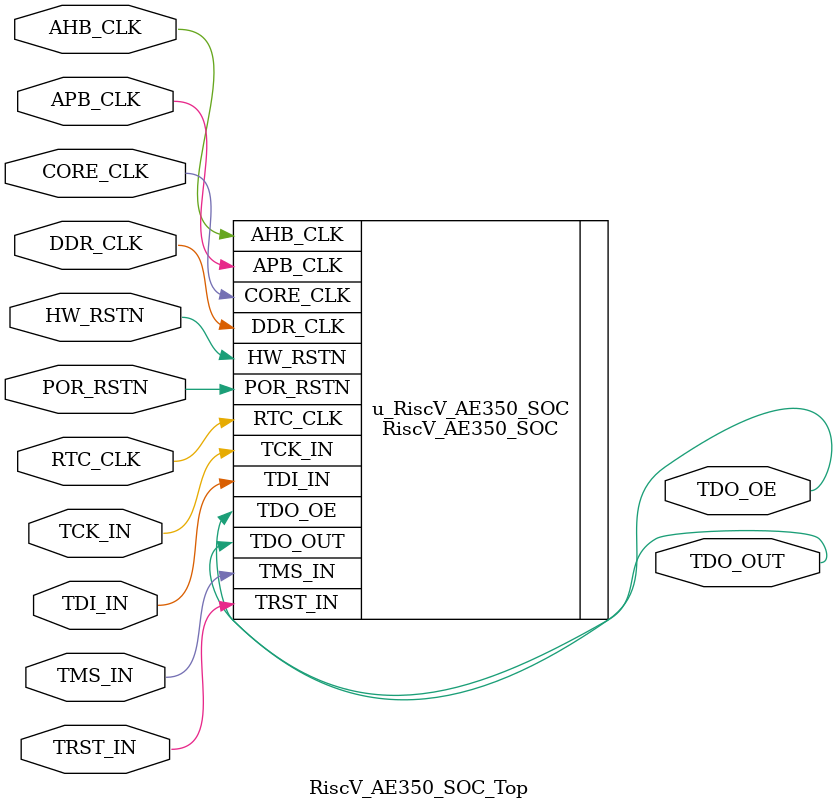
<source format=v>


`include "riscv_ae350_config.v"


// Definitions -------------------------------------------------------

module RiscV_AE350_SOC_Top
(
    // Embedded instruction memory (SPI Flash) signals
`ifdef AE350_EMB_SPIFLASH_EN
    // SPI Flash signals
    inout   wire            FLASH_SPI_CSN,      // Flash spi chip select
    inout   wire            FLASH_SPI_MISO,     // Flash spi master in and slave out
    inout   wire            FLASH_SPI_MOSI,     // Flash spi master out and slave in
    inout   wire            FLASH_SPI_CLK,      // Flash spi clock
    inout   wire            FLASH_SPI_HOLDN,    // Flash spi hold
    inout   wire            FLASH_SPI_WPN,      // Flash spi write protection
`ifdef AE350_APB_FLASH_EN
    // SPI Flash APB bus register signals
    input   wire            FR_PCLK,            // Flash register APB clock
    input   wire            FR_PRESETN,         // Flash register APB resetn
    input   wire    [31:0]  FR_PADDR,           // Flash register APB address
    input   wire            FR_PENABLE,         // Flash register APB enable
    output  wire    [31:0]  FR_PRDATA,          // Flash register APB read data
    output  wire            FR_PREADY,          // Flash register APB ready
    input   wire            FR_PSEL,            // Flash register APB select
    input   wire    [31:0]  FR_PWDATA,          // Flash register APB write data
    input   wire            FR_PWRITE,          // Flash register APB write control
`endif  // AE350_APB_FLASH_EN
`endif  // AE350_EMB_SPIFLASH_EN

    // Extended instruction memory (Customized) signals
`ifdef AE350_EXT_I_MEM_EN
    // ROM AHB bus signals
    input   wire    [31:0]  ROM_HRDATA,         // ROM AHB read data
    input   wire            ROM_HREADY,         // ROM AHB ready input
    input   wire            ROM_HRESP,          // ROM AHB response
    output  wire    [31:0]  ROM_HADDR,          // ROM AHB address
    output  wire    [1:0]   ROM_HTRANS,         // ROM AHB trans control
    output  wire            ROM_HWRITE,         // ROM AHB write control
    output  wire            ROM_HCLK,           // ROM AHB clock
    output  wire            ROM_HRSTN,          // ROM AHB reset_n
`endif  // AE350_EXT_I_MEM_EN

    // Embedded data memory (DDR3) signals
`ifdef AE350_EMB_DDR3_EN
    // DDR3 signals
    input   wire            DDR3_MEMORY_CLK,    // DDR3 memory clock
    input   wire            DDR3_CLK_IN,        // DDR3 clock in
    input   wire            DDR3_RSTN,          // DDR3 reset input, 0 is reset state
    input   wire            DDR3_LOCK,          // DDR3 lock
    output  wire            DDR3_STOP,          // DDR3 stop
    output  wire            DDR3_INIT,          // DDR3 initialized completed
    output  wire    [2:0]   DDR3_BANK,          // DDR3 bank address
    output  wire            DDR3_CS_N,          // DDR3 chip select
    output  wire            DDR3_RAS_N,         // DDR3 row address select
    output  wire            DDR3_CAS_N,         // DDR3 column address select
    output  wire            DDR3_WE_N,          // DDR3 write enable
    output  wire            DDR3_CK,            // DDR3 clock
    output  wire            DDR3_CK_N,          // DDR3 clock differential
    output  wire            DDR3_CKE,           // DDR3 clock enable
    output  wire            DDR3_RESET_N,       // DDR3 reset output for users, 1 is reset state
    output  wire            DDR3_ODT,           // DDR3 on-die termination
    output  wire    [13:0]  DDR3_ADDR,          // DDR3 row and column address
    output  wire    [1:0]   DDR3_DM,            // DDR3 data mask
    inout   wire    [15:0]  DDR3_DQ,            // DDR3 data input and output
    inout   wire    [1:0]   DDR3_DQS,           // DDR3 data select
    inout   wire    [1:0]   DDR3_DQS_N,         // DDR3 data select differential
`ifdef AE350_DDR3_PL_RW_EN
    // DDR3 R/W in PL
    // Write channel
    input   wire                                clk_lane4,          // Clock
    input   wire    [`DDR3_RW_ADDR_WIDTH-1 : 0] addr_lane4,         // Address
    input	wire    [3:0]                       wr_mask_lane4,      // Mask
    input   wire    [`DDR3_RW_DATA_WIDTH-1 : 0] wr_data_lane4,      // Data
    input   wire                                wr_en_lane4,        // Enable
    input   wire                                wr_go_lane4,        // Control
    input   wire    [7 : 0]                     burstcount_lane4,   // Burst amout
    output  wire                                wr_wait_lane4,      // Wait
    output	reg                                 wr_done_lane4,      // Done
    // Read channel
    input   wire                                clk_lane5,          // Clock
    input   wire    [`DDR3_RW_ADDR_WIDTH-1 : 0] addr_lane5,         // Address
    input   wire                                rd_en_lane5,        // Enable
    input   wire                                rd_go_lane5,        // Control
    input   wire    [7 : 0]                     burstcount_lane5,   // Burst amout
    output  wire                                rd_valid_lane5,     // Valid
    output  wire    [`DDR3_RW_DATA_WIDTH-1 : 0] rd_data_lane5,      // Data
    output	reg                                 rd_rdy_lane5,       // Ready
`endif  // AE350_DDR3_PL_RW_EN
`endif  // AE350_EMB_DDR3_EN

    // Extended data memory (Customized) signals
`ifdef AE350_EXT_D_MEM_EN
    // DDR AHB bus signals
    input   wire    [63:0]  DDR_HRDATA,         // DDR/SRAM AHB read data
    input   wire            DDR_HREADY,         // DDR/SRAM AHB ready input
    input   wire            DDR_HRESP,          // DDR/SRAM AHB response
    output  wire    [31:0]  DDR_HADDR,          // DDR/SRAM AHB access address
    output  wire    [2:0]   DDR_HBURST,         // DDR/SRAM AHB burst
    output  wire    [3:0]   DDR_HPROT,          // DDR/SRAM AHB prot
    output  wire    [2:0]   DDR_HSIZE,          // DDR/SRAM AHB size
    output  wire    [1:0]   DDR_HTRANS,         // DDR/SRAM AHB trans control
    output  wire    [63:0]  DDR_HWDATA,         // DDR/SRAM AHB write data
    output  wire            DDR_HWRITE,         // DDR/SRAM AHB write control
    output  wire            DDR_HCLK,           // DDR/SRAM AHB clock
    output  wire            DDR_HRSTN,          // DDR/SRAM AHB reset_n
`endif  // AE350_EXT_D_MEM_EN

    // Debug JTAG signals
    input   wire            TCK_IN,             // JTAG tck clock input
    input   wire            TMS_IN,             // JTAG tms input
    input   wire            TRST_IN,            // JTAG trst input
    input   wire            TDI_IN,             // JTAG tdi input
    output  wire            TDO_OUT,            // JTAG tdo output
    output  wire            TDO_OE,             // JTAG tdo_oe output

    // Extended interupt signals
`ifdef AE350_EXT_INT_EN
    input   wire    [15:0]  EXT_INT,            // 16 user interrupts input
`endif  // AE350_EXT_INT_EN

    // Extended AHB slave signals
    // MCU is master
`ifdef AE350_EXT_AHB_SLAVE_EN
    input   wire    [31:0]  EXTS_HRDATA,        // Extended AHB slave read data
    input   wire            EXTS_HREADYIN,      // Extended AHB slave ready input
    input   wire            EXTS_HRESP,         // Extended AHB slave read response
    output  wire    [31:0]  EXTS_HADDR,         // Extended AHB slave address
    output  wire    [2:0]   EXTS_HBURST,        // Extended AHB slave burst
    output  wire    [3:0]   EXTS_HPROT,         // Extended AHB slave prot
    output  wire            EXTS_HSEL,          // Extended AHB slave select
    output  wire    [2:0]   EXTS_HSIZE,         // Extended AHB slave size
    output  wire    [1:0]   EXTS_HTRANS,        // Extended AHB slave trans control
    output  wire    [31:0]  EXTS_HWDATA,        // Extended AHB slave write data
    output  wire            EXTS_HWRITE,        // Extended AHB slave write control
    output  wire            EXTS_HCLK,          // Extended AHB slave clock
    output  wire            EXTS_HRSTN,         // Extended AHB slave reset_n
`endif  // AE350_EXT_AHB_SLAVE_EN

    // Extended AHB master signals
    // MCU is slave
`ifdef AE350_EXT_AHB_MASTER_EN
    input   wire    [31:0]  EXTM_HADDR,         // Extended AHB master address
    input   wire    [2:0]   EXTM_HBURST,        // Extended AHB master burst
    input   wire    [3:0]   EXTM_HPROT,         // Extended AHB master prot
    input   wire            EXTM_HREADY,        // Extended AHB master ready input
    input   wire            EXTM_HSEL,          // Extended AHB master select
    input   wire    [2:0]   EXTM_HSIZE,         // Extended AHB master size
    input   wire    [1:0]   EXTM_HTRANS,        // Extended AHB master trans control
    input   wire    [63:0]  EXTM_HWDATA,        // Extended AHB master write data
    input   wire            EXTM_HWRITE,        // Extended AHB master write control
    output  wire    [63:0]  EXTM_HRDATA,        // Extended AHB master read data
    output  wire            EXTM_HREADYOUT,     // Extended AHB master ready output
    output  wire            EXTM_HRESP,         // Extended AHB master response
`endif  // AE350_EXT_AHB_MASTER_EN

    // Extended APB slave signals
`ifdef AE350_EXT_APB_SLAVE_EN
    input   wire    [31:0]  APB_PRDATA,         // Extended APB slave read data
    input   wire            APB_PREADY,         // Extended APB slave ready input
    input   wire            APB_PSLVERR,        // Extended APB slave slverr
    output  wire    [31:0]  APB_PADDR,          // Extended APB slave address
    output  wire            APB_PENABLE,        // Extended APB slave enable control
    output  wire            APB_PSEL,           // Extended APB slave select
    output  wire    [31:0]  APB_PWDATA,         // Extended APB slave write data
    output  wire            APB_PWRITE,         // Extended APB slave write control
    output  wire    [2:0]   APB_PPROT,          // Extended APB slave prot
    output  wire    [3:0]   APB_PSTRB,          // Extended APB slave strb
    output  wire            APB_PCLK,           // Extended APB slave clock
    output  wire            APB_PRSTN,          // Extended APB slave reset_n
`endif  // AE350_EXT_APB_SLAVE_EN

    // Extended DMA signals
`ifdef AE350_EXT_DMA_EN
    input   wire    [7:0]   DMA_REQ,            // DMA requests input
    output  wire    [7:0]   DMA_ACK,            // DMA ack output
`endif  // AE350_EXT_DMA_EN

    // Peripheral SPI signals
`ifdef AE350_APB_SPI_EN
`ifdef AE350_SPI_IOPORT_EN
    // IO port type
    inout   wire            SPI_HOLDN,          // SPI holdn
    inout   wire            SPI_WPN,            // SPI wpn
    inout   wire            SPI_CLK,            // SPI clk
    inout   wire            SPI_CSN,            // SPI csn
    inout   wire            SPI_MISO,           // SPI miso
    inout   wire            SPI_MOSI,           // SPI mosi
`else
    input   wire            SPI_HOLDN_IN,       // SPI holdn_in
    input   wire            SPI_WPN_IN,         // SPI wpn_in
    input   wire            SPI_CLK_IN,         // SPI clk_in
    input   wire            SPI_CSN_IN,         // SPI csn_in
    input   wire            SPI_MISO_IN,        // SPI miso_in
    input   wire            SPI_MOSI_IN,        // SPI mosi_in
    output  wire            SPI_HOLDN_OUT,      // SPI holdn_out
    output  wire            SPI_HOLDN_OE,       // SPI holdn_out enable
    output  wire            SPI_WPN_OUT,        // SPI wpn_out
    output  wire            SPI_WPN_OE,         // SPI wpn_out enable
    output  wire            SPI_CLK_OUT,        // SPI clk_out
    output  wire            SPI_CLK_OE,         // SPI clk_out enable
    output  wire            SPI_CSN_OUT,        // SPI csn_out
    output  wire            SPI_CSN_OE,         // SPI csn_out enable
    output  wire            SPI_MISO_OUT,       // SPI miso_out
    output  wire            SPI_MISO_OE,        // SPI miso_out enable
    output  wire            SPI_MOSI_OUT,       // SPI mosi_out
    output  wire            SPI_MOSI_OE,        // SPI mosi_out enable
`endif  // AE350_SPI_IOPORT_EN
`endif  // AE350_APB_SPI_EN

    // Peripheral I2C signals
`ifdef AE350_APB_I2C_EN
`ifdef AE350_I2C_IOPORT_EN
    // IO port type
    inout   wire            I2C_SCL,            // I2C SCL
    inout   wire            I2C_SDA,            // I2C SDA
`else
    input   wire            I2C_SCL_IN,         // I2C SCL input
    input   wire            I2C_SDA_IN,         // I2C SDA input
    output  wire            I2C_SCL_OUT,        // I2C SCL output
    output  wire            I2C_SDA_OUT,        // I2C SDA output
`endif  // AE350_I2C_IOPORT_EN
`endif  // AE350_APB_I2C_EN

    // Peripheral UART1 signals
`ifdef AE350_APB_UART1_EN
    output  wire            UART1_TXD,          // UART1 txd
    output  wire            UART1_RTSN,         // UART1 rtsn
    input   wire            UART1_RXD,          // UART1 rxd
    input   wire            UART1_CTSN,         // UART1 ctsn
    input   wire            UART1_DSRN,         // UART1 dsrn
    input   wire            UART1_DCDN,         // UART1 dcdn
    input   wire            UART1_RIN,          // UART1 rin
    output  wire            UART1_DTRN,         // UART1 dtrn
    output  wire            UART1_OUT1N,        // UART1 out1n
    output  wire            UART1_OUT2N,        // UART1 out2n
`endif  // AE350_APB_UART1_EN

    // Peripheral UART2 signals
`ifdef AE350_APB_UART2_EN
    output  wire            UART2_TXD,          // UART2 txd
    output  wire            UART2_RTSN,         // UART2 rtsn
    input   wire            UART2_RXD,          // UART2 rxd
    input   wire            UART2_CTSN,         // UART2 ctsn
    input   wire            UART2_DCDN,         // UART2 dcdn
    input   wire            UART2_DSRN,         // UART2 dsrn
    input   wire            UART2_RIN,          // UART2 rin
    output  wire            UART2_DTRN,         // UART2 dtrn
    output  wire            UART2_OUT1N,        // UART2 out1n
    output  wire            UART2_OUT2N,        // UART2 out2n
`endif  // AE350_APB_UART2_EN

    // Peripheral PIT/PWM signals
`ifdef AE350_APB_PIT_EN
`ifdef AE350_PWM_CH_0
    output  wire            CH0_PWM,            // PWM channel 0 output
    output  wire            CH0_PWMOE,          // PWM channel 0 output enable
`endif  // AE350_PWM_CH_0
`ifdef AE350_PWM_CH_1
    output  wire            CH1_PWM,            // PWM channel 1 output
    output  wire            CH1_PWMOE,          // PWM channel 1 output enable
`endif  // AE350_PWM_CH_1
`ifdef AE350_PWM_CH_2
    output  wire            CH2_PWM,            // PWM channel 2 output
    output  wire            CH2_PWMOE,          // PWM channel 2 output enable
`endif  // AE350_PWM_CH_2
`ifdef AE350_PWM_CH_3
    output  wire            CH3_PWM,            // PWM channel 3 output
    output  wire            CH3_PWMOE,          // PWM channel 3 output enable
`endif  // AE350_PWM_CH_3
`endif  // AE350_APB_PIT_EN

    // Peripheral GPIO signals
`ifdef AE350_APB_GPIO_EN
`ifdef AE350_GPIO_IOPORT_EN
    // GPIO IO port type
    inout   wire    [31:0]  GPIO,               // GPIO
`else
    input   wire    [31:0]  GPIO_IN,            // GPIO input
    output  wire    [31:0]  GPIO_OE,            // GPIO output enable
    output  wire    [31:0]  GPIO_OUT,           // GPIO output
`endif  // AE350_GPIO_IOPORT_EN
`endif  // AE350_APB_GPIO_EN

    // Peripheral SMU signals
`ifdef AE350_APB_SMU_EN
    output  wire            CORE0_WFI_MODE,     // CPU going into WFI mode, posedge is WFI valid
    output  wire            RTC_WAKEUP,         // Output to wake up RTC clock, 1 is wake up
`endif  // AE350_APB_SMU_EN

    // AE350 clock signals
    input   wire            CORE_CLK,           // CPU core clock, up to 800MHz, dedicated clock path
    input   wire            DDR_CLK,            // DDR bus clock in, up to 250MHz
    input   wire            AHB_CLK,            // AHB bus clock in, up to 250MHz
    input   wire            APB_CLK,            // APB bus clock in, up to 250MHz
    input   wire            RTC_CLK,            // RTC clock input, this clock should be alive while CPU waiting for wake up

    // AE350 reset signals
    input   wire            POR_RSTN,           // CPU core power on reset input, 0 is reset state
    input   wire            HW_RSTN             // Hardware reset input, 0 is reset state
);


// RiscV_AE350_SOC instantiation
RiscV_AE350_SOC u_RiscV_AE350_SOC
(
    // Embedded instruction memory (SPI Flash) signals
`ifdef AE350_EMB_SPIFLASH_EN
    // SPI Flash signals 
    .FLASH_SPI_CSN(FLASH_SPI_CSN),
    .FLASH_SPI_MISO(FLASH_SPI_MISO),
    .FLASH_SPI_MOSI(FLASH_SPI_MOSI),
    .FLASH_SPI_CLK(FLASH_SPI_CLK),
    .FLASH_SPI_HOLDN(FLASH_SPI_HOLDN),
    .FLASH_SPI_WPN(FLASH_SPI_WPN),
`ifdef AE350_APB_FLASH_EN
    // SPI Flash APB bus register signals
    .FR_PCLK(FR_PCLK),
    .FR_PRESETN(FR_PRESETN),
    .FR_PADDR(FR_PADDR),
    .FR_PENABLE(FR_PENABLE),
    .FR_PRDATA(FR_PRDATA),
    .FR_PREADY(FR_PREADY),
    .FR_PSEL(FR_PSEL),
    .FR_PWDATA(FR_PWDATA),
    .FR_PWRITE(FR_PWRITE),
`endif  // AE350_APB_FLASH_EN
`endif  // AE350_EMB_SPIFLASH_EN

    // Extended instruction memory (Customized) signals
`ifdef AE350_EXT_I_MEM_EN
    // ROM AHB bus signals
    .ROM_HRDATA(ROM_HRDATA),
    .ROM_HREADY(ROM_HREADY),
    .ROM_HRESP(ROM_HRESP),
    .ROM_HADDR(ROM_HADDR),
    .ROM_HTRANS(ROM_HTRANS),
    .ROM_HWRITE(ROM_HWRITE),
    .ROM_HCLK(ROM_HCLK),
    .ROM_HRSTN(ROM_HRSTN),
`endif  // AE350_EXT_I_MEM_EN

    // Embedded data memory (DDR3) signals
`ifdef AE350_EMB_DDR3_EN
    // DDR3 signals
    .DDR3_MEMORY_CLK(DDR3_MEMORY_CLK),
    .DDR3_CLK_IN(DDR3_CLK_IN),
    .DDR3_RSTN(DDR3_RSTN),
    .DDR3_LOCK(DDR3_LOCK),
    .DDR3_STOP(DDR3_STOP),
    .DDR3_INIT(DDR3_INIT),
    .DDR3_BANK(DDR3_BANK),
    .DDR3_CS_N(DDR3_CS_N),
    .DDR3_RAS_N(DDR3_RAS_N),
    .DDR3_CAS_N(DDR3_CAS_N),
    .DDR3_WE_N(DDR3_WE_N),
    .DDR3_CK(DDR3_CK),
    .DDR3_CK_N(DDR3_CK_N),
    .DDR3_CKE(DDR3_CKE),
    .DDR3_RESET_N(DDR3_RESET_N),
    .DDR3_ODT(DDR3_ODT),
    .DDR3_ADDR(DDR3_ADDR),
    .DDR3_DM(DDR3_DM),
    .DDR3_DQ(DDR3_DQ),
    .DDR3_DQS(DDR3_DQS),
    .DDR3_DQS_N(DDR3_DQS_N),
`ifdef AE350_DDR3_PL_RW_EN
    // DDR3 R/W in PL
    .clk_lane4(clk_lane4),              // Write
    .addr_lane4(addr_lane4),
    .wr_mask_lane4(wr_mask_lane4),
    .wr_data_lane4(wr_data_lane4),
    .wr_en_lane4(wr_en_lane4),
    .wr_go_lane4(wr_go_lane4),
    .burstcount_lane4(burstcount_lane4),
    .wr_wait_lane4(wr_wait_lane4),
    .wr_done_lane4(wr_done_lane4),
    .clk_lane5(clk_lane5),              // Read
    .addr_lane5(addr_lane5),
    .rd_en_lane5(rd_en_lane5),
    .rd_go_lane5(rd_go_lane5),
    .burstcount_lane5(burstcount_lane5), 
    .rd_valid_lane5(rd_valid_lane5),
    .rd_data_lane5(rd_data_lane5),
    .rd_rdy_lane5(rd_rdy_lane5),
`endif  // AE350_DDR3_PL_RW_EN
`endif  // AE350_EMB_DDR3_EN

    // Extended data memory (Customized) signals
`ifdef AE350_EXT_D_MEM_EN
    // DDR AHB bus signals
    .DDR_HRDATA(DDR_HRDATA),
    .DDR_HREADY(DDR_HREADY),
    .DDR_HRESP(DDR_HRESP),
    .DDR_HADDR(DDR_HADDR),
    .DDR_HBURST(DDR_HBURST),
    .DDR_HPROT(DDR_HPROT),
    .DDR_HSIZE(DDR_HSIZE),
    .DDR_HTRANS(DDR_HTRANS),
    .DDR_HWDATA(DDR_HWDATA),
    .DDR_HWRITE(DDR_HWRITE),
    .DDR_HCLK(DDR_HCLK),
    .DDR_HRSTN(DDR_HRSTN),
`endif  // AE350_EXT_D_MEM_EN

    // Debug JTAG signals
    .TCK_IN(TCK_IN),
    .TMS_IN(TMS_IN),
    .TRST_IN(TRST_IN),
    .TDI_IN(TDI_IN),
    .TDO_OUT(TDO_OUT),
    .TDO_OE(TDO_OE),

    // Extended interupt signals
`ifdef AE350_EXT_INT_EN
    .EXT_INT(EXT_INT),
`endif  // AE350_EXT_INT_EN

    // Extended AHB slave signals
`ifdef AE350_EXT_AHB_SLAVE_EN
    .EXTS_HRDATA(EXTS_HRDATA),
    .EXTS_HREADYIN(EXTS_HREADYIN),
    .EXTS_HRESP(EXTS_HRESP),
    .EXTS_HADDR(EXTS_HADDR),
    .EXTS_HBURST(EXTS_HBURST),
    .EXTS_HPROT(EXTS_HPROT),
    .EXTS_HSEL(EXTS_HSEL),
    .EXTS_HSIZE(EXTS_HSIZE),
    .EXTS_HTRANS(EXTS_HTRANS),
    .EXTS_HWDATA(EXTS_HWDATA),
    .EXTS_HWRITE(EXTS_HWRITE),
    .EXTS_HCLK(EXTS_HCLK),
    .EXTS_HRSTN(EXTS_HRSTN),
`endif  // AE350_EXT_AHB_SLAVE_EN

    // Extended AHB master signals
`ifdef AE350_EXT_AHB_MASTER_EN
    .EXTM_HADDR(EXTM_HADDR),
    .EXTM_HBURST(EXTM_HBURST),
    .EXTM_HPROT(EXTM_HPROT),
    .EXTM_HREADY(EXTM_HREADY),
    .EXTM_HSEL(EXTM_HSEL),
    .EXTM_HSIZE(EXTM_HSIZE),
    .EXTM_HTRANS(EXTM_HTRANS),
    .EXTM_HWDATA(EXTM_HWDATA),
    .EXTM_HWRITE(EXTM_HWRITE),
    .EXTM_HRDATA(EXTM_HRDATA),
    .EXTM_HREADYOUT(EXTM_HREADYOUT),
    .EXTM_HRESP(EXTM_HRESP),
`endif  // AE350_EXT_AHB_MASTER_EN

    // Extended APB slave signals
`ifdef AE350_EXT_APB_SLAVE_EN
    .APB_PRDATA(APB_PRDATA),
    .APB_PREADY(APB_PREADY),
    .APB_PSLVERR(APB_PSLVERR),
    .APB_PADDR(APB_PADDR),
    .APB_PENABLE(APB_PENABLE),
    .APB_PSEL(APB_PSEL),
    .APB_PWDATA(APB_PWDATA),
    .APB_PWRITE(APB_PWRITE),
    .APB_PPROT(APB_PPROT),
    .APB_PSTRB(APB_PSTRB),
    .APB_PCLK(APB_PCLK),
    .APB_PRSTN(APB_PRSTN),
`endif  // AE350_EXT_APB_SLAVE_EN

    // Extended DMA signals
`ifdef AE350_EXT_DMA_EN
    .DMA_REQ(DMA_REQ),
    .DMA_ACK(DMA_ACK),
`endif  // AE350_EXT_DMA_EN

    // Peripheral SPI signals
`ifdef AE350_APB_SPI_EN
`ifdef AE350_SPI_IOPORT_EN
    // IO port type
    .SPI_HOLDN(SPI_HOLDN),
    .SPI_WPN(SPI_WPN),
    .SPI_CLK(SPI_CLK),
    .SPI_CSN(SPI_CSN),
    .SPI_MISO(SPI_MISO),
    .SPI_MOSI(SPI_MOSI),
`else
    .SPI_HOLDN_IN(SPI_HOLDN_IN),
    .SPI_WPN_IN(SPI_WPN_IN),
    .SPI_CLK_IN(SPI_CLK_IN),
    .SPI_CSN_IN(SPI_CSN_IN),
    .SPI_MISO_IN(SPI_MISO_IN),
    .SPI_MOSI_IN(SPI_MOSI_IN),
    .SPI_HOLDN_OUT(SPI_HOLDN_OUT),
    .SPI_HOLDN_OE(SPI_HOLDN_OE),
    .SPI_WPN_OUT(SPI_WPN_OUT),
    .SPI_WPN_OE(SPI_WPN_OE),
    .SPI_CLK_OUT(SPI_CLK_OUT),
    .SPI_CLK_OE(SPI_CLK_OE),
    .SPI_CSN_OUT(SPI_CSN_OUT),
    .SPI_CSN_OE(SPI_CSN_OE),
    .SPI_MISO_OUT(SPI_MISO_OUT),
    .SPI_MISO_OE(SPI_MISO_OE),
    .SPI_MOSI_OUT(SPI_MOSI_OUT),
    .SPI_MOSI_OE(SPI_MOSI_OE),
`endif  // AE350_SPI_IOPORT_EN
`endif  // AE350_APB_SPI_EN

    // Peripheral I2C signals
`ifdef AE350_APB_I2C_EN
`ifdef AE350_I2C_IOPORT_EN
    // IO port type
    .I2C_SCL(I2C_SCL),
    .I2C_SDA(I2C_SDA),
`else
    .I2C_SCL_IN(I2C_SCL_IN),
    .I2C_SDA_IN(I2C_SDA_IN),
    .I2C_SCL_OUT(I2C_SCL_OUT),
    .I2C_SDA_OUT(I2C_SDA_OUT),
`endif  // AE350_I2C_IOPORT_EN
`endif  // AE350_APB_I2C_EN

    // Peripheral UART1 signals
`ifdef AE350_APB_UART1_EN
    .UART1_TXD(UART1_TXD),
    .UART1_RTSN(UART1_RTSN),
    .UART1_RXD(UART1_RXD),
    .UART1_CTSN(UART1_CTSN),
    .UART1_DSRN(UART1_DSRN),
    .UART1_DCDN(UART1_DCDN),
    .UART1_RIN(UART1_RIN),
    .UART1_DTRN(UART1_DTRN),
    .UART1_OUT1N(UART1_OUT1N),
    .UART1_OUT2N(UART1_OUT2N),
`endif  // AE350_APB_UART1_EN

    // Peripheral UART2 signals
`ifdef AE350_APB_UART2_EN
    .UART2_TXD(UART2_TXD),
    .UART2_RTSN(UART2_RTSN),
    .UART2_RXD(UART2_RXD),
    .UART2_CTSN(UART2_CTSN),
    .UART2_DCDN(UART2_DCDN),
    .UART2_DSRN(UART2_DSRN),
    .UART2_RIN(UART2_RIN),
    .UART2_DTRN(UART2_DTRN),
    .UART2_OUT1N(UART2_OUT1N),
    .UART2_OUT2N(UART2_OUT2N),
`endif  // AE350_APB_UART2_EN

    // Peripheral PIT/PWM signals
`ifdef AE350_APB_PIT_EN
`ifdef AE350_PWM_CH_0
    .CH0_PWM(CH0_PWM),
    .CH0_PWMOE(CH0_PWMOE),
`endif  // AE350_PWM_CH_0
`ifdef AE350_PWM_CH_1
    .CH1_PWM(CH1_PWM),
    .CH1_PWMOE(CH1_PWMOE),
`endif  // AE350_PWM_CH_1
`ifdef AE350_PWM_CH_2
    .CH2_PWM(CH2_PWM),
    .CH2_PWMOE(CH2_PWMOE),
`endif  // AE350_PWM_CH_2
`ifdef AE350_PWM_CH_3
    .CH3_PWM(CH3_PWM),
    .CH3_PWMOE(CH3_PWMOE),
`endif  // AE350_PWM_CH_3
`endif  // AE350_APB_PIT_EN

    // Peripheral GPIO signals
`ifdef AE350_APB_GPIO_EN
`ifdef AE350_GPIO_IOPORT_EN
    // GPIO IO port type
    .GPIO(GPIO),
`else
    .GPIO_IN(GPIO_IN),
    .GPIO_OE(GPIO_OE),
    .GPIO_OUT(GPIO_OUT),
`endif  // AE350_GPIO_IOPORT_EN
`endif  // AE350_APB_GPIO_EN

    // Peripheral SMU signals
`ifdef AE350_APB_SMU_EN
    .CORE0_WFI_MODE(CORE0_WFI_MODE),
    .RTC_WAKEUP(RTC_WAKEUP),
`endif  // AE350_APB_SMU_EN

    // AE350 clock signals
    .CORE_CLK(CORE_CLK),
    .DDR_CLK(DDR_CLK),
    .AHB_CLK(AHB_CLK),
    .APB_CLK(APB_CLK),
    .RTC_CLK(RTC_CLK),

    // AE350 reset signals
    .POR_RSTN(POR_RSTN),
    .HW_RSTN(HW_RSTN)
);

endmodule
</source>
